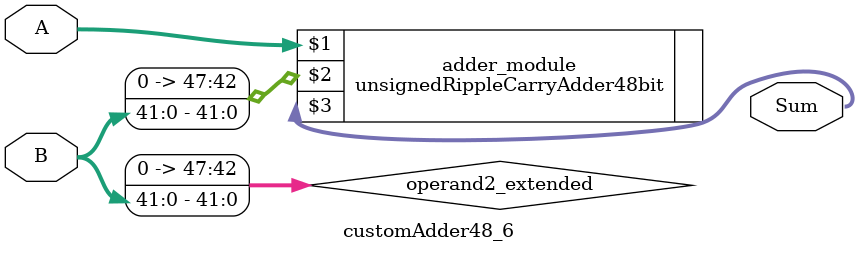
<source format=v>
module customAdder48_6(
                        input [47 : 0] A,
                        input [41 : 0] B,
                        
                        output [48 : 0] Sum
                );

        wire [47 : 0] operand2_extended;
        
        assign operand2_extended =  {6'b0, B};
        
        unsignedRippleCarryAdder48bit adder_module(
            A,
            operand2_extended,
            Sum
        );
        
        endmodule
        
</source>
